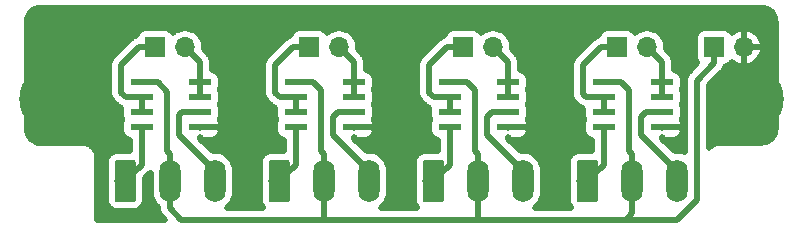
<source format=gbr>
G04 #@! TF.GenerationSoftware,KiCad,Pcbnew,(5.1.2)-1*
G04 #@! TF.CreationDate,2020-06-05T15:04:51-04:00*
G04 #@! TF.ProjectId,Step_Direction_Board,53746570-5f44-4697-9265-6374696f6e5f,rev?*
G04 #@! TF.SameCoordinates,PX7270e00PY78a3ca0*
G04 #@! TF.FileFunction,Copper,L2,Bot*
G04 #@! TF.FilePolarity,Positive*
%FSLAX46Y46*%
G04 Gerber Fmt 4.6, Leading zero omitted, Abs format (unit mm)*
G04 Created by KiCad (PCBNEW (5.1.2)-1) date 2020-06-05 15:04:51*
%MOMM*%
%LPD*%
G04 APERTURE LIST*
%ADD10O,1.700000X1.700000*%
%ADD11R,1.700000X1.700000*%
%ADD12O,1.800000X3.600000*%
%ADD13C,0.100000*%
%ADD14C,1.800000*%
%ADD15R,1.981200X0.558800*%
%ADD16C,5.700000*%
%ADD17C,0.500000*%
G04 APERTURE END LIST*
D10*
X53323846Y15376036D03*
D11*
X50783846Y15376036D03*
D10*
X40283846Y15376036D03*
D11*
X37743846Y15376036D03*
D10*
X27243846Y15376036D03*
D11*
X24703846Y15376036D03*
D10*
X14203846Y15376036D03*
D11*
X11663846Y15376036D03*
D10*
X61540000Y15376036D03*
D11*
X59000000Y15376036D03*
D12*
X55871055Y4036653D03*
X52061055Y4036653D03*
D13*
G36*
X48925559Y5835449D02*
G01*
X48949828Y5831849D01*
X48973626Y5825888D01*
X48996726Y5817623D01*
X49018904Y5807133D01*
X49039948Y5794520D01*
X49059653Y5779906D01*
X49077832Y5763430D01*
X49094308Y5745251D01*
X49108922Y5725546D01*
X49121535Y5704502D01*
X49132025Y5682324D01*
X49140290Y5659224D01*
X49146251Y5635426D01*
X49149851Y5611157D01*
X49151055Y5586653D01*
X49151055Y2486653D01*
X49149851Y2462149D01*
X49146251Y2437880D01*
X49140290Y2414082D01*
X49132025Y2390982D01*
X49121535Y2368804D01*
X49108922Y2347760D01*
X49094308Y2328055D01*
X49077832Y2309876D01*
X49059653Y2293400D01*
X49039948Y2278786D01*
X49018904Y2266173D01*
X48996726Y2255683D01*
X48973626Y2247418D01*
X48949828Y2241457D01*
X48925559Y2237857D01*
X48901055Y2236653D01*
X47601055Y2236653D01*
X47576551Y2237857D01*
X47552282Y2241457D01*
X47528484Y2247418D01*
X47505384Y2255683D01*
X47483206Y2266173D01*
X47462162Y2278786D01*
X47442457Y2293400D01*
X47424278Y2309876D01*
X47407802Y2328055D01*
X47393188Y2347760D01*
X47380575Y2368804D01*
X47370085Y2390982D01*
X47361820Y2414082D01*
X47355859Y2437880D01*
X47352259Y2462149D01*
X47351055Y2486653D01*
X47351055Y5586653D01*
X47352259Y5611157D01*
X47355859Y5635426D01*
X47361820Y5659224D01*
X47370085Y5682324D01*
X47380575Y5704502D01*
X47393188Y5725546D01*
X47407802Y5745251D01*
X47424278Y5763430D01*
X47442457Y5779906D01*
X47462162Y5794520D01*
X47483206Y5807133D01*
X47505384Y5817623D01*
X47528484Y5825888D01*
X47552282Y5831849D01*
X47576551Y5835449D01*
X47601055Y5836653D01*
X48901055Y5836653D01*
X48925559Y5835449D01*
X48925559Y5835449D01*
G37*
D14*
X48251055Y4036653D03*
D12*
X42831055Y4036653D03*
X39021055Y4036653D03*
D13*
G36*
X35885559Y5835449D02*
G01*
X35909828Y5831849D01*
X35933626Y5825888D01*
X35956726Y5817623D01*
X35978904Y5807133D01*
X35999948Y5794520D01*
X36019653Y5779906D01*
X36037832Y5763430D01*
X36054308Y5745251D01*
X36068922Y5725546D01*
X36081535Y5704502D01*
X36092025Y5682324D01*
X36100290Y5659224D01*
X36106251Y5635426D01*
X36109851Y5611157D01*
X36111055Y5586653D01*
X36111055Y2486653D01*
X36109851Y2462149D01*
X36106251Y2437880D01*
X36100290Y2414082D01*
X36092025Y2390982D01*
X36081535Y2368804D01*
X36068922Y2347760D01*
X36054308Y2328055D01*
X36037832Y2309876D01*
X36019653Y2293400D01*
X35999948Y2278786D01*
X35978904Y2266173D01*
X35956726Y2255683D01*
X35933626Y2247418D01*
X35909828Y2241457D01*
X35885559Y2237857D01*
X35861055Y2236653D01*
X34561055Y2236653D01*
X34536551Y2237857D01*
X34512282Y2241457D01*
X34488484Y2247418D01*
X34465384Y2255683D01*
X34443206Y2266173D01*
X34422162Y2278786D01*
X34402457Y2293400D01*
X34384278Y2309876D01*
X34367802Y2328055D01*
X34353188Y2347760D01*
X34340575Y2368804D01*
X34330085Y2390982D01*
X34321820Y2414082D01*
X34315859Y2437880D01*
X34312259Y2462149D01*
X34311055Y2486653D01*
X34311055Y5586653D01*
X34312259Y5611157D01*
X34315859Y5635426D01*
X34321820Y5659224D01*
X34330085Y5682324D01*
X34340575Y5704502D01*
X34353188Y5725546D01*
X34367802Y5745251D01*
X34384278Y5763430D01*
X34402457Y5779906D01*
X34422162Y5794520D01*
X34443206Y5807133D01*
X34465384Y5817623D01*
X34488484Y5825888D01*
X34512282Y5831849D01*
X34536551Y5835449D01*
X34561055Y5836653D01*
X35861055Y5836653D01*
X35885559Y5835449D01*
X35885559Y5835449D01*
G37*
D14*
X35211055Y4036653D03*
D12*
X29791055Y4036653D03*
X25981055Y4036653D03*
D13*
G36*
X22845559Y5835449D02*
G01*
X22869828Y5831849D01*
X22893626Y5825888D01*
X22916726Y5817623D01*
X22938904Y5807133D01*
X22959948Y5794520D01*
X22979653Y5779906D01*
X22997832Y5763430D01*
X23014308Y5745251D01*
X23028922Y5725546D01*
X23041535Y5704502D01*
X23052025Y5682324D01*
X23060290Y5659224D01*
X23066251Y5635426D01*
X23069851Y5611157D01*
X23071055Y5586653D01*
X23071055Y2486653D01*
X23069851Y2462149D01*
X23066251Y2437880D01*
X23060290Y2414082D01*
X23052025Y2390982D01*
X23041535Y2368804D01*
X23028922Y2347760D01*
X23014308Y2328055D01*
X22997832Y2309876D01*
X22979653Y2293400D01*
X22959948Y2278786D01*
X22938904Y2266173D01*
X22916726Y2255683D01*
X22893626Y2247418D01*
X22869828Y2241457D01*
X22845559Y2237857D01*
X22821055Y2236653D01*
X21521055Y2236653D01*
X21496551Y2237857D01*
X21472282Y2241457D01*
X21448484Y2247418D01*
X21425384Y2255683D01*
X21403206Y2266173D01*
X21382162Y2278786D01*
X21362457Y2293400D01*
X21344278Y2309876D01*
X21327802Y2328055D01*
X21313188Y2347760D01*
X21300575Y2368804D01*
X21290085Y2390982D01*
X21281820Y2414082D01*
X21275859Y2437880D01*
X21272259Y2462149D01*
X21271055Y2486653D01*
X21271055Y5586653D01*
X21272259Y5611157D01*
X21275859Y5635426D01*
X21281820Y5659224D01*
X21290085Y5682324D01*
X21300575Y5704502D01*
X21313188Y5725546D01*
X21327802Y5745251D01*
X21344278Y5763430D01*
X21362457Y5779906D01*
X21382162Y5794520D01*
X21403206Y5807133D01*
X21425384Y5817623D01*
X21448484Y5825888D01*
X21472282Y5831849D01*
X21496551Y5835449D01*
X21521055Y5836653D01*
X22821055Y5836653D01*
X22845559Y5835449D01*
X22845559Y5835449D01*
G37*
D14*
X22171055Y4036653D03*
D12*
X16751055Y4036653D03*
X12941055Y4036653D03*
D13*
G36*
X9805559Y5835449D02*
G01*
X9829828Y5831849D01*
X9853626Y5825888D01*
X9876726Y5817623D01*
X9898904Y5807133D01*
X9919948Y5794520D01*
X9939653Y5779906D01*
X9957832Y5763430D01*
X9974308Y5745251D01*
X9988922Y5725546D01*
X10001535Y5704502D01*
X10012025Y5682324D01*
X10020290Y5659224D01*
X10026251Y5635426D01*
X10029851Y5611157D01*
X10031055Y5586653D01*
X10031055Y2486653D01*
X10029851Y2462149D01*
X10026251Y2437880D01*
X10020290Y2414082D01*
X10012025Y2390982D01*
X10001535Y2368804D01*
X9988922Y2347760D01*
X9974308Y2328055D01*
X9957832Y2309876D01*
X9939653Y2293400D01*
X9919948Y2278786D01*
X9898904Y2266173D01*
X9876726Y2255683D01*
X9853626Y2247418D01*
X9829828Y2241457D01*
X9805559Y2237857D01*
X9781055Y2236653D01*
X8481055Y2236653D01*
X8456551Y2237857D01*
X8432282Y2241457D01*
X8408484Y2247418D01*
X8385384Y2255683D01*
X8363206Y2266173D01*
X8342162Y2278786D01*
X8322457Y2293400D01*
X8304278Y2309876D01*
X8287802Y2328055D01*
X8273188Y2347760D01*
X8260575Y2368804D01*
X8250085Y2390982D01*
X8241820Y2414082D01*
X8235859Y2437880D01*
X8232259Y2462149D01*
X8231055Y2486653D01*
X8231055Y5586653D01*
X8232259Y5611157D01*
X8235859Y5635426D01*
X8241820Y5659224D01*
X8250085Y5682324D01*
X8260575Y5704502D01*
X8273188Y5725546D01*
X8287802Y5745251D01*
X8304278Y5763430D01*
X8322457Y5779906D01*
X8342162Y5794520D01*
X8363206Y5807133D01*
X8385384Y5817623D01*
X8408484Y5825888D01*
X8432282Y5831849D01*
X8456551Y5835449D01*
X8481055Y5836653D01*
X9781055Y5836653D01*
X9805559Y5835449D01*
X9805559Y5835449D01*
G37*
D14*
X9131055Y4036653D03*
D15*
X49656200Y12405000D03*
X49656200Y11135000D03*
X49656200Y9865000D03*
X49656200Y8595000D03*
X54583800Y8595000D03*
X54583800Y9865000D03*
X54583800Y11135000D03*
X54583800Y12405000D03*
X36616200Y12405000D03*
X36616200Y11135000D03*
X36616200Y9865000D03*
X36616200Y8595000D03*
X41543800Y8595000D03*
X41543800Y9865000D03*
X41543800Y11135000D03*
X41543800Y12405000D03*
X23576200Y12405000D03*
X23576200Y11135000D03*
X23576200Y9865000D03*
X23576200Y8595000D03*
X28503800Y8595000D03*
X28503800Y9865000D03*
X28503800Y11135000D03*
X28503800Y12405000D03*
X10536200Y12405000D03*
X10536200Y11135000D03*
X10536200Y9865000D03*
X10536200Y8595000D03*
X15463800Y8595000D03*
X15463800Y9865000D03*
X15463800Y11135000D03*
X15463800Y12405000D03*
D16*
X62000000Y11000000D03*
X3000000Y11000000D03*
D17*
X12941055Y6336653D02*
X12941055Y4036653D01*
X12703189Y11606013D02*
X12703189Y6574519D01*
X11904202Y12405000D02*
X12703189Y11606013D01*
X12703189Y6574519D02*
X12941055Y6336653D01*
X10536200Y12405000D02*
X11904202Y12405000D01*
X12941055Y1736653D02*
X13892698Y785010D01*
X12941055Y4036653D02*
X12941055Y1736653D01*
X52061055Y1346065D02*
X52061055Y4036653D01*
X51500000Y785010D02*
X52061055Y1346065D01*
X39021055Y4036653D02*
X39021055Y785010D01*
X25981055Y4036653D02*
X25981055Y785010D01*
X25981055Y6336653D02*
X25981055Y4036653D01*
X25743189Y6574519D02*
X25981055Y6336653D01*
X25066800Y12405000D02*
X25743189Y11728611D01*
X25743189Y11728611D02*
X25743189Y6574519D01*
X23576200Y12405000D02*
X25066800Y12405000D01*
X39021055Y6336653D02*
X39021055Y4036653D01*
X38783189Y11728611D02*
X38783189Y6574519D01*
X38783189Y6574519D02*
X39021055Y6336653D01*
X38106800Y12405000D02*
X38783189Y11728611D01*
X36616200Y12405000D02*
X38106800Y12405000D01*
X52061055Y6336653D02*
X52061055Y4036653D01*
X51823189Y6574519D02*
X52061055Y6336653D01*
X51823189Y11728611D02*
X51823189Y6574519D01*
X51146800Y12405000D02*
X51823189Y11728611D01*
X49656200Y12405000D02*
X51146800Y12405000D01*
X57531065Y2449055D02*
X55867020Y785010D01*
X57531065Y12557101D02*
X57531065Y2449055D01*
X59000000Y14026036D02*
X57531065Y12557101D01*
X55867020Y785010D02*
X51285010Y785010D01*
X59000000Y15376036D02*
X59000000Y14026036D01*
X51285010Y785010D02*
X51500000Y785010D01*
X13892698Y785010D02*
X51285010Y785010D01*
X23576200Y9865000D02*
X23576200Y11135000D01*
X23353846Y15376036D02*
X24703846Y15376036D01*
X21825599Y13847789D02*
X23353846Y15376036D01*
X21825599Y11517599D02*
X21825599Y13847789D01*
X22208198Y11135000D02*
X21825599Y11517599D01*
X23576200Y11135000D02*
X22208198Y11135000D01*
X28503800Y14116082D02*
X27243846Y15376036D01*
X28503800Y12405000D02*
X28503800Y14116082D01*
X28503800Y11135000D02*
X28503800Y12405000D01*
X15463800Y12405000D02*
X15463800Y11135000D01*
X15463800Y14116082D02*
X14203846Y15376036D01*
X15463800Y12405000D02*
X15463800Y14116082D01*
X10536200Y11135000D02*
X10536200Y9865000D01*
X10313846Y15376036D02*
X11663846Y15376036D01*
X8785599Y11517599D02*
X8785599Y13847789D01*
X9168198Y11135000D02*
X8785599Y11517599D01*
X8785599Y13847789D02*
X10313846Y15376036D01*
X10536200Y11135000D02*
X9168198Y11135000D01*
X41543800Y14116082D02*
X40283846Y15376036D01*
X41543800Y12405000D02*
X41543800Y14116082D01*
X41543800Y11135000D02*
X41543800Y12405000D01*
X36616200Y9865000D02*
X36616200Y11135000D01*
X34865599Y13847789D02*
X36393846Y15376036D01*
X34865599Y11517599D02*
X34865599Y13847789D01*
X35248198Y11135000D02*
X34865599Y11517599D01*
X36393846Y15376036D02*
X37743846Y15376036D01*
X36616200Y11135000D02*
X35248198Y11135000D01*
X54583800Y11135000D02*
X54583800Y12405000D01*
X54583800Y14116082D02*
X53323846Y15376036D01*
X54583800Y12405000D02*
X54583800Y14116082D01*
X49656200Y9865000D02*
X49656200Y11135000D01*
X49433846Y15376036D02*
X50783846Y15376036D01*
X47905599Y13847789D02*
X49433846Y15376036D01*
X47905599Y11395001D02*
X47905599Y13847789D01*
X48165600Y11135000D02*
X47905599Y11395001D01*
X49656200Y11135000D02*
X48165600Y11135000D01*
X16751055Y4936653D02*
X16751055Y4036653D01*
X13713199Y7974509D02*
X16751055Y4936653D01*
X13973200Y9865000D02*
X13713199Y9604999D01*
X13713199Y9604999D02*
X13713199Y7974509D01*
X15463800Y9865000D02*
X13973200Y9865000D01*
X26753199Y7974509D02*
X29791055Y4936653D01*
X26753199Y9482401D02*
X26753199Y7974509D01*
X29791055Y4936653D02*
X29791055Y4036653D01*
X27135798Y9865000D02*
X26753199Y9482401D01*
X28503800Y9865000D02*
X27135798Y9865000D01*
X42831055Y4936653D02*
X42831055Y4036653D01*
X39793199Y7974509D02*
X42831055Y4936653D01*
X39793199Y9482401D02*
X39793199Y7974509D01*
X40175798Y9865000D02*
X39793199Y9482401D01*
X41543800Y9865000D02*
X40175798Y9865000D01*
X55871055Y4936653D02*
X55871055Y4036653D01*
X52833199Y7974509D02*
X55871055Y4936653D01*
X53215798Y9865000D02*
X52833199Y9482401D01*
X52833199Y9482401D02*
X52833199Y7974509D01*
X54583800Y9865000D02*
X53215798Y9865000D01*
X10536200Y5441798D02*
X9131055Y4036653D01*
X10536200Y8595000D02*
X10536200Y5441798D01*
X23576200Y5441798D02*
X22171055Y4036653D01*
X23576200Y8595000D02*
X23576200Y5441798D01*
X36616200Y5441798D02*
X35211055Y4036653D01*
X36616200Y8595000D02*
X36616200Y5441798D01*
X49656200Y5441798D02*
X48251055Y4036653D01*
X49656200Y8595000D02*
X49656200Y5441798D01*
G36*
X63235260Y18688168D02*
G01*
X63461568Y18619842D01*
X63670288Y18508863D01*
X63853478Y18359456D01*
X64004162Y18177312D01*
X64116592Y17969376D01*
X64186496Y17743553D01*
X64215001Y17472344D01*
X64215000Y8538389D01*
X64188168Y8264738D01*
X64119843Y8038435D01*
X64008864Y7829712D01*
X63859458Y7646523D01*
X63677314Y7495841D01*
X63469377Y7383409D01*
X63243552Y7313504D01*
X62972353Y7285000D01*
X59461439Y7285000D01*
X59428305Y7281736D01*
X59425364Y7281757D01*
X59414456Y7280688D01*
X59366691Y7275668D01*
X59346113Y7273641D01*
X59345427Y7273433D01*
X59317407Y7270488D01*
X59247691Y7256178D01*
X59177824Y7242849D01*
X59167331Y7239682D01*
X59074112Y7210826D01*
X59008464Y7183230D01*
X58942551Y7156599D01*
X58932881Y7151458D01*
X58932878Y7151457D01*
X58932876Y7151455D01*
X58932873Y7151454D01*
X58847035Y7105041D01*
X58788022Y7065236D01*
X58728519Y7026298D01*
X58720027Y7019373D01*
X58720023Y7019370D01*
X58720019Y7019366D01*
X58644836Y6957169D01*
X58594684Y6906665D01*
X58543874Y6856909D01*
X58541065Y6853514D01*
X58541065Y12138746D01*
X59679099Y13276780D01*
X59717633Y13308403D01*
X59843847Y13462196D01*
X59937632Y13637656D01*
X59941314Y13649795D01*
X59979324Y13775096D01*
X59998986Y13777033D01*
X60142247Y13820490D01*
X60274276Y13891062D01*
X60390001Y13986035D01*
X60484974Y14101760D01*
X60509806Y14148217D01*
X60597716Y14070586D01*
X60870502Y13911839D01*
X61169017Y13809361D01*
X61283203Y13786648D01*
X61535000Y13956045D01*
X61535000Y15371036D01*
X61545000Y15371036D01*
X61545000Y13956045D01*
X61796797Y13786648D01*
X61910983Y13809361D01*
X62209498Y13911839D01*
X62482284Y14070586D01*
X62718859Y14279500D01*
X62910131Y14530554D01*
X63048750Y14814099D01*
X63129388Y15119239D01*
X62959992Y15371036D01*
X61545000Y15371036D01*
X61535000Y15371036D01*
X61515000Y15371036D01*
X61515000Y15381036D01*
X61535000Y15381036D01*
X61535000Y16796027D01*
X61545000Y16796027D01*
X61545000Y15381036D01*
X62959992Y15381036D01*
X63129388Y15632833D01*
X63048750Y15937973D01*
X62910131Y16221518D01*
X62718859Y16472572D01*
X62482284Y16681486D01*
X62209498Y16840233D01*
X61910983Y16942711D01*
X61796797Y16965424D01*
X61545000Y16796027D01*
X61535000Y16796027D01*
X61283203Y16965424D01*
X61169017Y16942711D01*
X60870502Y16840233D01*
X60597716Y16681486D01*
X60509806Y16603855D01*
X60484974Y16650312D01*
X60390001Y16766037D01*
X60274276Y16861010D01*
X60142247Y16931582D01*
X59998986Y16975039D01*
X59850000Y16989713D01*
X58150000Y16989713D01*
X58001014Y16975039D01*
X57857753Y16931582D01*
X57725724Y16861010D01*
X57609999Y16766037D01*
X57515026Y16650312D01*
X57444454Y16518283D01*
X57400997Y16375022D01*
X57386323Y16226036D01*
X57386323Y14526036D01*
X57400997Y14377050D01*
X57444454Y14233789D01*
X57515026Y14101760D01*
X57574680Y14029071D01*
X56851971Y13306362D01*
X56813432Y13274734D01*
X56687218Y13120941D01*
X56628534Y13011150D01*
X56593433Y12945480D01*
X56535680Y12755095D01*
X56516179Y12557101D01*
X56521065Y12507493D01*
X56521066Y6471469D01*
X56509382Y6477714D01*
X56196471Y6572634D01*
X55871055Y6604685D01*
X55652868Y6583195D01*
X54588802Y7647261D01*
X54588802Y7745598D01*
X54778800Y7555600D01*
X55574400Y7551923D01*
X55723386Y7566597D01*
X55866647Y7610054D01*
X55998676Y7680626D01*
X56114401Y7775599D01*
X56209374Y7891324D01*
X56279946Y8023353D01*
X56323403Y8166614D01*
X56338077Y8315600D01*
X56334400Y8400000D01*
X56144400Y8590000D01*
X54588800Y8590000D01*
X54588800Y8570000D01*
X54578800Y8570000D01*
X54578800Y8590000D01*
X54558800Y8590000D01*
X54558800Y8600000D01*
X54578800Y8600000D01*
X54578800Y8620000D01*
X54588800Y8620000D01*
X54588800Y8600000D01*
X56144400Y8600000D01*
X56334400Y8790000D01*
X56338077Y8874400D01*
X56323403Y9023386D01*
X56279946Y9166647D01*
X56246083Y9230000D01*
X56279946Y9293353D01*
X56323403Y9436614D01*
X56338077Y9585600D01*
X56338077Y10144400D01*
X56323403Y10293386D01*
X56279946Y10436647D01*
X56246083Y10500000D01*
X56279946Y10563353D01*
X56323403Y10706614D01*
X56338077Y10855600D01*
X56338077Y11414400D01*
X56323403Y11563386D01*
X56279946Y11706647D01*
X56246083Y11770000D01*
X56279946Y11833353D01*
X56323403Y11976614D01*
X56338077Y12125600D01*
X56338077Y12684400D01*
X56323403Y12833386D01*
X56279946Y12976647D01*
X56209374Y13108676D01*
X56114401Y13224401D01*
X55998676Y13319374D01*
X55866647Y13389946D01*
X55723386Y13433403D01*
X55593800Y13446166D01*
X55593800Y14066478D01*
X55598686Y14116083D01*
X55593800Y14165690D01*
X55579185Y14314076D01*
X55521432Y14504462D01*
X55427647Y14679922D01*
X55301433Y14833715D01*
X55262894Y14865343D01*
X54924651Y15203586D01*
X54941636Y15376036D01*
X54910551Y15691651D01*
X54818489Y15995137D01*
X54668989Y16274832D01*
X54467796Y16519986D01*
X54222642Y16721179D01*
X53942947Y16870679D01*
X53639461Y16962741D01*
X53402940Y16986036D01*
X53244752Y16986036D01*
X53008231Y16962741D01*
X52704745Y16870679D01*
X52425050Y16721179D01*
X52290127Y16610450D01*
X52268820Y16650312D01*
X52173847Y16766037D01*
X52058122Y16861010D01*
X51926093Y16931582D01*
X51782832Y16975039D01*
X51633846Y16989713D01*
X49933846Y16989713D01*
X49784860Y16975039D01*
X49641599Y16931582D01*
X49509570Y16861010D01*
X49393845Y16766037D01*
X49298872Y16650312D01*
X49228300Y16518283D01*
X49184843Y16375022D01*
X49182906Y16355360D01*
X49045466Y16313668D01*
X48870006Y16219883D01*
X48716213Y16093669D01*
X48684590Y16055135D01*
X47226500Y14597045D01*
X47187967Y14565422D01*
X47156344Y14526889D01*
X47156343Y14526888D01*
X47061753Y14411629D01*
X46967967Y14236168D01*
X46910214Y14045783D01*
X46890713Y13847789D01*
X46895600Y13798172D01*
X46895599Y11444609D01*
X46890713Y11395001D01*
X46910214Y11197007D01*
X46944072Y11085393D01*
X46967967Y11006622D01*
X47061752Y10831161D01*
X47187966Y10677368D01*
X47226505Y10645740D01*
X47416339Y10455906D01*
X47447967Y10417367D01*
X47601760Y10291153D01*
X47777220Y10197368D01*
X47871267Y10168839D01*
X47903371Y10159100D01*
X47901923Y10144400D01*
X47901923Y9585600D01*
X47916597Y9436614D01*
X47960054Y9293353D01*
X47993917Y9230000D01*
X47960054Y9166647D01*
X47916597Y9023386D01*
X47901923Y8874400D01*
X47901923Y8315600D01*
X47916597Y8166614D01*
X47960054Y8023353D01*
X48030626Y7891324D01*
X48125599Y7775599D01*
X48241324Y7680626D01*
X48373353Y7610054D01*
X48516614Y7566597D01*
X48646200Y7553834D01*
X48646201Y6600330D01*
X47601055Y6600330D01*
X47403296Y6580852D01*
X47213138Y6523168D01*
X47037886Y6429495D01*
X46884277Y6303431D01*
X46758213Y6149822D01*
X46664540Y5974570D01*
X46606856Y5784412D01*
X46587378Y5586653D01*
X46587378Y2486653D01*
X46606856Y2288894D01*
X46664540Y2098736D01*
X46758213Y1923484D01*
X46863649Y1795010D01*
X43812932Y1795010D01*
X44010532Y1957176D01*
X44217973Y2209944D01*
X44372116Y2498325D01*
X44467036Y2811236D01*
X44491055Y3055103D01*
X44491055Y5018203D01*
X44467036Y5262070D01*
X44372116Y5574981D01*
X44217973Y5863362D01*
X44010532Y6116130D01*
X43757763Y6323571D01*
X43469382Y6477714D01*
X43156471Y6572634D01*
X42831055Y6604685D01*
X42612868Y6583195D01*
X41548802Y7647261D01*
X41548802Y7745598D01*
X41738800Y7555600D01*
X42534400Y7551923D01*
X42683386Y7566597D01*
X42826647Y7610054D01*
X42958676Y7680626D01*
X43074401Y7775599D01*
X43169374Y7891324D01*
X43239946Y8023353D01*
X43283403Y8166614D01*
X43298077Y8315600D01*
X43294400Y8400000D01*
X43104400Y8590000D01*
X41548800Y8590000D01*
X41548800Y8570000D01*
X41538800Y8570000D01*
X41538800Y8590000D01*
X41518800Y8590000D01*
X41518800Y8600000D01*
X41538800Y8600000D01*
X41538800Y8620000D01*
X41548800Y8620000D01*
X41548800Y8600000D01*
X43104400Y8600000D01*
X43294400Y8790000D01*
X43298077Y8874400D01*
X43283403Y9023386D01*
X43239946Y9166647D01*
X43206083Y9230000D01*
X43239946Y9293353D01*
X43283403Y9436614D01*
X43298077Y9585600D01*
X43298077Y10144400D01*
X43283403Y10293386D01*
X43239946Y10436647D01*
X43206083Y10500000D01*
X43239946Y10563353D01*
X43283403Y10706614D01*
X43298077Y10855600D01*
X43298077Y11414400D01*
X43283403Y11563386D01*
X43239946Y11706647D01*
X43206083Y11770000D01*
X43239946Y11833353D01*
X43283403Y11976614D01*
X43298077Y12125600D01*
X43298077Y12684400D01*
X43283403Y12833386D01*
X43239946Y12976647D01*
X43169374Y13108676D01*
X43074401Y13224401D01*
X42958676Y13319374D01*
X42826647Y13389946D01*
X42683386Y13433403D01*
X42553800Y13446166D01*
X42553800Y14066478D01*
X42558686Y14116083D01*
X42553800Y14165690D01*
X42539185Y14314076D01*
X42481432Y14504462D01*
X42387647Y14679922D01*
X42261433Y14833715D01*
X42222894Y14865343D01*
X41884651Y15203586D01*
X41901636Y15376036D01*
X41870551Y15691651D01*
X41778489Y15995137D01*
X41628989Y16274832D01*
X41427796Y16519986D01*
X41182642Y16721179D01*
X40902947Y16870679D01*
X40599461Y16962741D01*
X40362940Y16986036D01*
X40204752Y16986036D01*
X39968231Y16962741D01*
X39664745Y16870679D01*
X39385050Y16721179D01*
X39250127Y16610450D01*
X39228820Y16650312D01*
X39133847Y16766037D01*
X39018122Y16861010D01*
X38886093Y16931582D01*
X38742832Y16975039D01*
X38593846Y16989713D01*
X36893846Y16989713D01*
X36744860Y16975039D01*
X36601599Y16931582D01*
X36469570Y16861010D01*
X36353845Y16766037D01*
X36258872Y16650312D01*
X36188300Y16518283D01*
X36144843Y16375022D01*
X36142906Y16355360D01*
X36005466Y16313668D01*
X35830006Y16219883D01*
X35676213Y16093669D01*
X35644590Y16055135D01*
X34186500Y14597045D01*
X34147967Y14565422D01*
X34116344Y14526889D01*
X34116343Y14526888D01*
X34021753Y14411629D01*
X33927967Y14236168D01*
X33870214Y14045783D01*
X33850713Y13847789D01*
X33855600Y13798172D01*
X33855599Y11567207D01*
X33850713Y11517599D01*
X33870214Y11319605D01*
X33917183Y11164771D01*
X33927967Y11129220D01*
X34021752Y10953759D01*
X34147966Y10799966D01*
X34186505Y10768338D01*
X34498937Y10455906D01*
X34530565Y10417367D01*
X34684358Y10291153D01*
X34859818Y10197368D01*
X34866928Y10195211D01*
X34861923Y10144400D01*
X34861923Y9585600D01*
X34876597Y9436614D01*
X34920054Y9293353D01*
X34953917Y9230000D01*
X34920054Y9166647D01*
X34876597Y9023386D01*
X34861923Y8874400D01*
X34861923Y8315600D01*
X34876597Y8166614D01*
X34920054Y8023353D01*
X34990626Y7891324D01*
X35085599Y7775599D01*
X35201324Y7680626D01*
X35333353Y7610054D01*
X35476614Y7566597D01*
X35606200Y7553834D01*
X35606201Y6600330D01*
X34561055Y6600330D01*
X34363296Y6580852D01*
X34173138Y6523168D01*
X33997886Y6429495D01*
X33844277Y6303431D01*
X33718213Y6149822D01*
X33624540Y5974570D01*
X33566856Y5784412D01*
X33547378Y5586653D01*
X33547378Y2486653D01*
X33566856Y2288894D01*
X33624540Y2098736D01*
X33718213Y1923484D01*
X33823649Y1795010D01*
X30772932Y1795010D01*
X30970532Y1957176D01*
X31177973Y2209944D01*
X31332116Y2498325D01*
X31427036Y2811236D01*
X31451055Y3055103D01*
X31451055Y5018203D01*
X31427036Y5262070D01*
X31332116Y5574981D01*
X31177973Y5863362D01*
X30970532Y6116130D01*
X30717763Y6323571D01*
X30429382Y6477714D01*
X30116471Y6572634D01*
X29791055Y6604685D01*
X29572868Y6583195D01*
X28508802Y7647261D01*
X28508802Y7745598D01*
X28698800Y7555600D01*
X29494400Y7551923D01*
X29643386Y7566597D01*
X29786647Y7610054D01*
X29918676Y7680626D01*
X30034401Y7775599D01*
X30129374Y7891324D01*
X30199946Y8023353D01*
X30243403Y8166614D01*
X30258077Y8315600D01*
X30254400Y8400000D01*
X30064400Y8590000D01*
X28508800Y8590000D01*
X28508800Y8570000D01*
X28498800Y8570000D01*
X28498800Y8590000D01*
X28478800Y8590000D01*
X28478800Y8600000D01*
X28498800Y8600000D01*
X28498800Y8620000D01*
X28508800Y8620000D01*
X28508800Y8600000D01*
X30064400Y8600000D01*
X30254400Y8790000D01*
X30258077Y8874400D01*
X30243403Y9023386D01*
X30199946Y9166647D01*
X30166083Y9230000D01*
X30199946Y9293353D01*
X30243403Y9436614D01*
X30258077Y9585600D01*
X30258077Y10144400D01*
X30243403Y10293386D01*
X30199946Y10436647D01*
X30166083Y10500000D01*
X30199946Y10563353D01*
X30243403Y10706614D01*
X30258077Y10855600D01*
X30258077Y11414400D01*
X30243403Y11563386D01*
X30199946Y11706647D01*
X30166083Y11770000D01*
X30199946Y11833353D01*
X30243403Y11976614D01*
X30258077Y12125600D01*
X30258077Y12684400D01*
X30243403Y12833386D01*
X30199946Y12976647D01*
X30129374Y13108676D01*
X30034401Y13224401D01*
X29918676Y13319374D01*
X29786647Y13389946D01*
X29643386Y13433403D01*
X29513800Y13446166D01*
X29513800Y14066478D01*
X29518686Y14116083D01*
X29513800Y14165690D01*
X29499185Y14314076D01*
X29441432Y14504462D01*
X29347647Y14679922D01*
X29221433Y14833715D01*
X29182894Y14865343D01*
X28844651Y15203586D01*
X28861636Y15376036D01*
X28830551Y15691651D01*
X28738489Y15995137D01*
X28588989Y16274832D01*
X28387796Y16519986D01*
X28142642Y16721179D01*
X27862947Y16870679D01*
X27559461Y16962741D01*
X27322940Y16986036D01*
X27164752Y16986036D01*
X26928231Y16962741D01*
X26624745Y16870679D01*
X26345050Y16721179D01*
X26210127Y16610450D01*
X26188820Y16650312D01*
X26093847Y16766037D01*
X25978122Y16861010D01*
X25846093Y16931582D01*
X25702832Y16975039D01*
X25553846Y16989713D01*
X23853846Y16989713D01*
X23704860Y16975039D01*
X23561599Y16931582D01*
X23429570Y16861010D01*
X23313845Y16766037D01*
X23218872Y16650312D01*
X23148300Y16518283D01*
X23104843Y16375022D01*
X23102906Y16355360D01*
X22965466Y16313668D01*
X22790006Y16219883D01*
X22636213Y16093669D01*
X22604590Y16055135D01*
X21146500Y14597045D01*
X21107967Y14565422D01*
X21076344Y14526889D01*
X21076343Y14526888D01*
X20981753Y14411629D01*
X20887967Y14236168D01*
X20830214Y14045783D01*
X20810713Y13847789D01*
X20815600Y13798172D01*
X20815599Y11567207D01*
X20810713Y11517599D01*
X20830214Y11319605D01*
X20877183Y11164771D01*
X20887967Y11129220D01*
X20981752Y10953759D01*
X21107966Y10799966D01*
X21146505Y10768338D01*
X21458937Y10455906D01*
X21490565Y10417367D01*
X21644358Y10291153D01*
X21819818Y10197368D01*
X21826928Y10195211D01*
X21821923Y10144400D01*
X21821923Y9585600D01*
X21836597Y9436614D01*
X21880054Y9293353D01*
X21913917Y9230000D01*
X21880054Y9166647D01*
X21836597Y9023386D01*
X21821923Y8874400D01*
X21821923Y8315600D01*
X21836597Y8166614D01*
X21880054Y8023353D01*
X21950626Y7891324D01*
X22045599Y7775599D01*
X22161324Y7680626D01*
X22293353Y7610054D01*
X22436614Y7566597D01*
X22566200Y7553834D01*
X22566201Y6600330D01*
X21521055Y6600330D01*
X21323296Y6580852D01*
X21133138Y6523168D01*
X20957886Y6429495D01*
X20804277Y6303431D01*
X20678213Y6149822D01*
X20584540Y5974570D01*
X20526856Y5784412D01*
X20507378Y5586653D01*
X20507378Y2486653D01*
X20526856Y2288894D01*
X20584540Y2098736D01*
X20678213Y1923484D01*
X20783649Y1795010D01*
X17732932Y1795010D01*
X17930532Y1957176D01*
X18137973Y2209944D01*
X18292116Y2498325D01*
X18387036Y2811236D01*
X18411055Y3055103D01*
X18411055Y5018203D01*
X18387036Y5262070D01*
X18292116Y5574981D01*
X18137973Y5863362D01*
X17930532Y6116130D01*
X17677763Y6323571D01*
X17389382Y6477714D01*
X17076471Y6572634D01*
X16751055Y6604685D01*
X16532868Y6583195D01*
X15468802Y7647261D01*
X15468802Y7745598D01*
X15658800Y7555600D01*
X16454400Y7551923D01*
X16603386Y7566597D01*
X16746647Y7610054D01*
X16878676Y7680626D01*
X16994401Y7775599D01*
X17089374Y7891324D01*
X17159946Y8023353D01*
X17203403Y8166614D01*
X17218077Y8315600D01*
X17214400Y8400000D01*
X17024400Y8590000D01*
X15468800Y8590000D01*
X15468800Y8570000D01*
X15458800Y8570000D01*
X15458800Y8590000D01*
X15438800Y8590000D01*
X15438800Y8600000D01*
X15458800Y8600000D01*
X15458800Y8620000D01*
X15468800Y8620000D01*
X15468800Y8600000D01*
X17024400Y8600000D01*
X17214400Y8790000D01*
X17218077Y8874400D01*
X17203403Y9023386D01*
X17159946Y9166647D01*
X17126083Y9230000D01*
X17159946Y9293353D01*
X17203403Y9436614D01*
X17218077Y9585600D01*
X17218077Y10144400D01*
X17203403Y10293386D01*
X17159946Y10436647D01*
X17126083Y10500000D01*
X17159946Y10563353D01*
X17203403Y10706614D01*
X17218077Y10855600D01*
X17218077Y11414400D01*
X17203403Y11563386D01*
X17159946Y11706647D01*
X17126083Y11770000D01*
X17159946Y11833353D01*
X17203403Y11976614D01*
X17218077Y12125600D01*
X17218077Y12684400D01*
X17203403Y12833386D01*
X17159946Y12976647D01*
X17089374Y13108676D01*
X16994401Y13224401D01*
X16878676Y13319374D01*
X16746647Y13389946D01*
X16603386Y13433403D01*
X16473800Y13446166D01*
X16473800Y14066478D01*
X16478686Y14116083D01*
X16473800Y14165690D01*
X16459185Y14314076D01*
X16401432Y14504462D01*
X16307647Y14679922D01*
X16181433Y14833715D01*
X16142894Y14865343D01*
X15804651Y15203586D01*
X15821636Y15376036D01*
X15790551Y15691651D01*
X15698489Y15995137D01*
X15548989Y16274832D01*
X15347796Y16519986D01*
X15102642Y16721179D01*
X14822947Y16870679D01*
X14519461Y16962741D01*
X14282940Y16986036D01*
X14124752Y16986036D01*
X13888231Y16962741D01*
X13584745Y16870679D01*
X13305050Y16721179D01*
X13170127Y16610450D01*
X13148820Y16650312D01*
X13053847Y16766037D01*
X12938122Y16861010D01*
X12806093Y16931582D01*
X12662832Y16975039D01*
X12513846Y16989713D01*
X10813846Y16989713D01*
X10664860Y16975039D01*
X10521599Y16931582D01*
X10389570Y16861010D01*
X10273845Y16766037D01*
X10178872Y16650312D01*
X10108300Y16518283D01*
X10064843Y16375022D01*
X10062906Y16355360D01*
X9925466Y16313668D01*
X9750006Y16219883D01*
X9596213Y16093669D01*
X9564590Y16055135D01*
X8106500Y14597045D01*
X8067967Y14565422D01*
X8036344Y14526889D01*
X8036343Y14526888D01*
X7941753Y14411629D01*
X7847967Y14236168D01*
X7790214Y14045783D01*
X7770713Y13847789D01*
X7775600Y13798172D01*
X7775599Y11567207D01*
X7770713Y11517599D01*
X7790214Y11319605D01*
X7837183Y11164771D01*
X7847967Y11129220D01*
X7941752Y10953759D01*
X8067966Y10799966D01*
X8106505Y10768338D01*
X8418937Y10455906D01*
X8450565Y10417367D01*
X8604358Y10291153D01*
X8779818Y10197368D01*
X8786928Y10195211D01*
X8781923Y10144400D01*
X8781923Y9585600D01*
X8796597Y9436614D01*
X8840054Y9293353D01*
X8873917Y9230000D01*
X8840054Y9166647D01*
X8796597Y9023386D01*
X8781923Y8874400D01*
X8781923Y8315600D01*
X8796597Y8166614D01*
X8840054Y8023353D01*
X8910626Y7891324D01*
X9005599Y7775599D01*
X9121324Y7680626D01*
X9253353Y7610054D01*
X9396614Y7566597D01*
X9526200Y7553834D01*
X9526201Y6600330D01*
X8481055Y6600330D01*
X8283296Y6580852D01*
X8093138Y6523168D01*
X7917886Y6429495D01*
X7764277Y6303431D01*
X7638213Y6149822D01*
X7544540Y5974570D01*
X7486856Y5784412D01*
X7467378Y5586653D01*
X7467378Y2486653D01*
X7486856Y2288894D01*
X7544540Y2098736D01*
X7638213Y1923484D01*
X7764277Y1769875D01*
X7917886Y1643811D01*
X8093138Y1550138D01*
X8283296Y1492454D01*
X8481055Y1472976D01*
X9781055Y1472976D01*
X9978814Y1492454D01*
X10168972Y1550138D01*
X10344224Y1643811D01*
X10497833Y1769875D01*
X10623897Y1923484D01*
X10717570Y2098736D01*
X10775254Y2288894D01*
X10794732Y2486653D01*
X10794732Y4271975D01*
X11215294Y4692537D01*
X11253833Y4724165D01*
X11281055Y4757335D01*
X11281055Y3055103D01*
X11305075Y2811236D01*
X11399995Y2498325D01*
X11554138Y2209944D01*
X11761579Y1957176D01*
X11931056Y1818090D01*
X11931056Y1786270D01*
X11926169Y1736653D01*
X11945670Y1538659D01*
X12003423Y1348274D01*
X12097209Y1172813D01*
X12187720Y1062525D01*
X12223423Y1019020D01*
X12261956Y987397D01*
X12464353Y785000D01*
X6785000Y785000D01*
X6785000Y6038561D01*
X6781736Y6071695D01*
X6781757Y6074636D01*
X6780688Y6085544D01*
X6775668Y6133309D01*
X6773641Y6153887D01*
X6773433Y6154573D01*
X6770488Y6182593D01*
X6756178Y6252309D01*
X6742849Y6322176D01*
X6739682Y6332669D01*
X6710826Y6425888D01*
X6683230Y6491536D01*
X6656599Y6557449D01*
X6651454Y6567127D01*
X6605041Y6652965D01*
X6565236Y6711978D01*
X6526298Y6771481D01*
X6519371Y6779975D01*
X6519370Y6779977D01*
X6519366Y6779981D01*
X6457169Y6855164D01*
X6406665Y6905316D01*
X6356909Y6956126D01*
X6348465Y6963112D01*
X6348459Y6963118D01*
X6348452Y6963123D01*
X6272844Y7024788D01*
X6213580Y7064164D01*
X6154868Y7104364D01*
X6145240Y7109570D01*
X6145237Y7109572D01*
X6145234Y7109573D01*
X6145227Y7109577D01*
X6059066Y7155389D01*
X5993263Y7182511D01*
X5927898Y7210526D01*
X5917428Y7213768D01*
X5824010Y7241973D01*
X5754224Y7255791D01*
X5684617Y7270586D01*
X5673717Y7271732D01*
X5576599Y7281254D01*
X5576594Y7281254D01*
X5538561Y7285000D01*
X2038388Y7285000D01*
X1764738Y7311832D01*
X1538435Y7380157D01*
X1329712Y7491136D01*
X1146523Y7640542D01*
X995841Y7822686D01*
X883409Y8030623D01*
X813504Y8256448D01*
X785000Y8527647D01*
X785000Y17461612D01*
X811832Y17735260D01*
X880158Y17961568D01*
X991137Y18170288D01*
X1140544Y18353478D01*
X1322688Y18504162D01*
X1530624Y18616592D01*
X1756447Y18686496D01*
X2027647Y18715000D01*
X62961612Y18715000D01*
X63235260Y18688168D01*
X63235260Y18688168D01*
G37*
X63235260Y18688168D02*
X63461568Y18619842D01*
X63670288Y18508863D01*
X63853478Y18359456D01*
X64004162Y18177312D01*
X64116592Y17969376D01*
X64186496Y17743553D01*
X64215001Y17472344D01*
X64215000Y8538389D01*
X64188168Y8264738D01*
X64119843Y8038435D01*
X64008864Y7829712D01*
X63859458Y7646523D01*
X63677314Y7495841D01*
X63469377Y7383409D01*
X63243552Y7313504D01*
X62972353Y7285000D01*
X59461439Y7285000D01*
X59428305Y7281736D01*
X59425364Y7281757D01*
X59414456Y7280688D01*
X59366691Y7275668D01*
X59346113Y7273641D01*
X59345427Y7273433D01*
X59317407Y7270488D01*
X59247691Y7256178D01*
X59177824Y7242849D01*
X59167331Y7239682D01*
X59074112Y7210826D01*
X59008464Y7183230D01*
X58942551Y7156599D01*
X58932881Y7151458D01*
X58932878Y7151457D01*
X58932876Y7151455D01*
X58932873Y7151454D01*
X58847035Y7105041D01*
X58788022Y7065236D01*
X58728519Y7026298D01*
X58720027Y7019373D01*
X58720023Y7019370D01*
X58720019Y7019366D01*
X58644836Y6957169D01*
X58594684Y6906665D01*
X58543874Y6856909D01*
X58541065Y6853514D01*
X58541065Y12138746D01*
X59679099Y13276780D01*
X59717633Y13308403D01*
X59843847Y13462196D01*
X59937632Y13637656D01*
X59941314Y13649795D01*
X59979324Y13775096D01*
X59998986Y13777033D01*
X60142247Y13820490D01*
X60274276Y13891062D01*
X60390001Y13986035D01*
X60484974Y14101760D01*
X60509806Y14148217D01*
X60597716Y14070586D01*
X60870502Y13911839D01*
X61169017Y13809361D01*
X61283203Y13786648D01*
X61535000Y13956045D01*
X61535000Y15371036D01*
X61545000Y15371036D01*
X61545000Y13956045D01*
X61796797Y13786648D01*
X61910983Y13809361D01*
X62209498Y13911839D01*
X62482284Y14070586D01*
X62718859Y14279500D01*
X62910131Y14530554D01*
X63048750Y14814099D01*
X63129388Y15119239D01*
X62959992Y15371036D01*
X61545000Y15371036D01*
X61535000Y15371036D01*
X61515000Y15371036D01*
X61515000Y15381036D01*
X61535000Y15381036D01*
X61535000Y16796027D01*
X61545000Y16796027D01*
X61545000Y15381036D01*
X62959992Y15381036D01*
X63129388Y15632833D01*
X63048750Y15937973D01*
X62910131Y16221518D01*
X62718859Y16472572D01*
X62482284Y16681486D01*
X62209498Y16840233D01*
X61910983Y16942711D01*
X61796797Y16965424D01*
X61545000Y16796027D01*
X61535000Y16796027D01*
X61283203Y16965424D01*
X61169017Y16942711D01*
X60870502Y16840233D01*
X60597716Y16681486D01*
X60509806Y16603855D01*
X60484974Y16650312D01*
X60390001Y16766037D01*
X60274276Y16861010D01*
X60142247Y16931582D01*
X59998986Y16975039D01*
X59850000Y16989713D01*
X58150000Y16989713D01*
X58001014Y16975039D01*
X57857753Y16931582D01*
X57725724Y16861010D01*
X57609999Y16766037D01*
X57515026Y16650312D01*
X57444454Y16518283D01*
X57400997Y16375022D01*
X57386323Y16226036D01*
X57386323Y14526036D01*
X57400997Y14377050D01*
X57444454Y14233789D01*
X57515026Y14101760D01*
X57574680Y14029071D01*
X56851971Y13306362D01*
X56813432Y13274734D01*
X56687218Y13120941D01*
X56628534Y13011150D01*
X56593433Y12945480D01*
X56535680Y12755095D01*
X56516179Y12557101D01*
X56521065Y12507493D01*
X56521066Y6471469D01*
X56509382Y6477714D01*
X56196471Y6572634D01*
X55871055Y6604685D01*
X55652868Y6583195D01*
X54588802Y7647261D01*
X54588802Y7745598D01*
X54778800Y7555600D01*
X55574400Y7551923D01*
X55723386Y7566597D01*
X55866647Y7610054D01*
X55998676Y7680626D01*
X56114401Y7775599D01*
X56209374Y7891324D01*
X56279946Y8023353D01*
X56323403Y8166614D01*
X56338077Y8315600D01*
X56334400Y8400000D01*
X56144400Y8590000D01*
X54588800Y8590000D01*
X54588800Y8570000D01*
X54578800Y8570000D01*
X54578800Y8590000D01*
X54558800Y8590000D01*
X54558800Y8600000D01*
X54578800Y8600000D01*
X54578800Y8620000D01*
X54588800Y8620000D01*
X54588800Y8600000D01*
X56144400Y8600000D01*
X56334400Y8790000D01*
X56338077Y8874400D01*
X56323403Y9023386D01*
X56279946Y9166647D01*
X56246083Y9230000D01*
X56279946Y9293353D01*
X56323403Y9436614D01*
X56338077Y9585600D01*
X56338077Y10144400D01*
X56323403Y10293386D01*
X56279946Y10436647D01*
X56246083Y10500000D01*
X56279946Y10563353D01*
X56323403Y10706614D01*
X56338077Y10855600D01*
X56338077Y11414400D01*
X56323403Y11563386D01*
X56279946Y11706647D01*
X56246083Y11770000D01*
X56279946Y11833353D01*
X56323403Y11976614D01*
X56338077Y12125600D01*
X56338077Y12684400D01*
X56323403Y12833386D01*
X56279946Y12976647D01*
X56209374Y13108676D01*
X56114401Y13224401D01*
X55998676Y13319374D01*
X55866647Y13389946D01*
X55723386Y13433403D01*
X55593800Y13446166D01*
X55593800Y14066478D01*
X55598686Y14116083D01*
X55593800Y14165690D01*
X55579185Y14314076D01*
X55521432Y14504462D01*
X55427647Y14679922D01*
X55301433Y14833715D01*
X55262894Y14865343D01*
X54924651Y15203586D01*
X54941636Y15376036D01*
X54910551Y15691651D01*
X54818489Y15995137D01*
X54668989Y16274832D01*
X54467796Y16519986D01*
X54222642Y16721179D01*
X53942947Y16870679D01*
X53639461Y16962741D01*
X53402940Y16986036D01*
X53244752Y16986036D01*
X53008231Y16962741D01*
X52704745Y16870679D01*
X52425050Y16721179D01*
X52290127Y16610450D01*
X52268820Y16650312D01*
X52173847Y16766037D01*
X52058122Y16861010D01*
X51926093Y16931582D01*
X51782832Y16975039D01*
X51633846Y16989713D01*
X49933846Y16989713D01*
X49784860Y16975039D01*
X49641599Y16931582D01*
X49509570Y16861010D01*
X49393845Y16766037D01*
X49298872Y16650312D01*
X49228300Y16518283D01*
X49184843Y16375022D01*
X49182906Y16355360D01*
X49045466Y16313668D01*
X48870006Y16219883D01*
X48716213Y16093669D01*
X48684590Y16055135D01*
X47226500Y14597045D01*
X47187967Y14565422D01*
X47156344Y14526889D01*
X47156343Y14526888D01*
X47061753Y14411629D01*
X46967967Y14236168D01*
X46910214Y14045783D01*
X46890713Y13847789D01*
X46895600Y13798172D01*
X46895599Y11444609D01*
X46890713Y11395001D01*
X46910214Y11197007D01*
X46944072Y11085393D01*
X46967967Y11006622D01*
X47061752Y10831161D01*
X47187966Y10677368D01*
X47226505Y10645740D01*
X47416339Y10455906D01*
X47447967Y10417367D01*
X47601760Y10291153D01*
X47777220Y10197368D01*
X47871267Y10168839D01*
X47903371Y10159100D01*
X47901923Y10144400D01*
X47901923Y9585600D01*
X47916597Y9436614D01*
X47960054Y9293353D01*
X47993917Y9230000D01*
X47960054Y9166647D01*
X47916597Y9023386D01*
X47901923Y8874400D01*
X47901923Y8315600D01*
X47916597Y8166614D01*
X47960054Y8023353D01*
X48030626Y7891324D01*
X48125599Y7775599D01*
X48241324Y7680626D01*
X48373353Y7610054D01*
X48516614Y7566597D01*
X48646200Y7553834D01*
X48646201Y6600330D01*
X47601055Y6600330D01*
X47403296Y6580852D01*
X47213138Y6523168D01*
X47037886Y6429495D01*
X46884277Y6303431D01*
X46758213Y6149822D01*
X46664540Y5974570D01*
X46606856Y5784412D01*
X46587378Y5586653D01*
X46587378Y2486653D01*
X46606856Y2288894D01*
X46664540Y2098736D01*
X46758213Y1923484D01*
X46863649Y1795010D01*
X43812932Y1795010D01*
X44010532Y1957176D01*
X44217973Y2209944D01*
X44372116Y2498325D01*
X44467036Y2811236D01*
X44491055Y3055103D01*
X44491055Y5018203D01*
X44467036Y5262070D01*
X44372116Y5574981D01*
X44217973Y5863362D01*
X44010532Y6116130D01*
X43757763Y6323571D01*
X43469382Y6477714D01*
X43156471Y6572634D01*
X42831055Y6604685D01*
X42612868Y6583195D01*
X41548802Y7647261D01*
X41548802Y7745598D01*
X41738800Y7555600D01*
X42534400Y7551923D01*
X42683386Y7566597D01*
X42826647Y7610054D01*
X42958676Y7680626D01*
X43074401Y7775599D01*
X43169374Y7891324D01*
X43239946Y8023353D01*
X43283403Y8166614D01*
X43298077Y8315600D01*
X43294400Y8400000D01*
X43104400Y8590000D01*
X41548800Y8590000D01*
X41548800Y8570000D01*
X41538800Y8570000D01*
X41538800Y8590000D01*
X41518800Y8590000D01*
X41518800Y8600000D01*
X41538800Y8600000D01*
X41538800Y8620000D01*
X41548800Y8620000D01*
X41548800Y8600000D01*
X43104400Y8600000D01*
X43294400Y8790000D01*
X43298077Y8874400D01*
X43283403Y9023386D01*
X43239946Y9166647D01*
X43206083Y9230000D01*
X43239946Y9293353D01*
X43283403Y9436614D01*
X43298077Y9585600D01*
X43298077Y10144400D01*
X43283403Y10293386D01*
X43239946Y10436647D01*
X43206083Y10500000D01*
X43239946Y10563353D01*
X43283403Y10706614D01*
X43298077Y10855600D01*
X43298077Y11414400D01*
X43283403Y11563386D01*
X43239946Y11706647D01*
X43206083Y11770000D01*
X43239946Y11833353D01*
X43283403Y11976614D01*
X43298077Y12125600D01*
X43298077Y12684400D01*
X43283403Y12833386D01*
X43239946Y12976647D01*
X43169374Y13108676D01*
X43074401Y13224401D01*
X42958676Y13319374D01*
X42826647Y13389946D01*
X42683386Y13433403D01*
X42553800Y13446166D01*
X42553800Y14066478D01*
X42558686Y14116083D01*
X42553800Y14165690D01*
X42539185Y14314076D01*
X42481432Y14504462D01*
X42387647Y14679922D01*
X42261433Y14833715D01*
X42222894Y14865343D01*
X41884651Y15203586D01*
X41901636Y15376036D01*
X41870551Y15691651D01*
X41778489Y15995137D01*
X41628989Y16274832D01*
X41427796Y16519986D01*
X41182642Y16721179D01*
X40902947Y16870679D01*
X40599461Y16962741D01*
X40362940Y16986036D01*
X40204752Y16986036D01*
X39968231Y16962741D01*
X39664745Y16870679D01*
X39385050Y16721179D01*
X39250127Y16610450D01*
X39228820Y16650312D01*
X39133847Y16766037D01*
X39018122Y16861010D01*
X38886093Y16931582D01*
X38742832Y16975039D01*
X38593846Y16989713D01*
X36893846Y16989713D01*
X36744860Y16975039D01*
X36601599Y16931582D01*
X36469570Y16861010D01*
X36353845Y16766037D01*
X36258872Y16650312D01*
X36188300Y16518283D01*
X36144843Y16375022D01*
X36142906Y16355360D01*
X36005466Y16313668D01*
X35830006Y16219883D01*
X35676213Y16093669D01*
X35644590Y16055135D01*
X34186500Y14597045D01*
X34147967Y14565422D01*
X34116344Y14526889D01*
X34116343Y14526888D01*
X34021753Y14411629D01*
X33927967Y14236168D01*
X33870214Y14045783D01*
X33850713Y13847789D01*
X33855600Y13798172D01*
X33855599Y11567207D01*
X33850713Y11517599D01*
X33870214Y11319605D01*
X33917183Y11164771D01*
X33927967Y11129220D01*
X34021752Y10953759D01*
X34147966Y10799966D01*
X34186505Y10768338D01*
X34498937Y10455906D01*
X34530565Y10417367D01*
X34684358Y10291153D01*
X34859818Y10197368D01*
X34866928Y10195211D01*
X34861923Y10144400D01*
X34861923Y9585600D01*
X34876597Y9436614D01*
X34920054Y9293353D01*
X34953917Y9230000D01*
X34920054Y9166647D01*
X34876597Y9023386D01*
X34861923Y8874400D01*
X34861923Y8315600D01*
X34876597Y8166614D01*
X34920054Y8023353D01*
X34990626Y7891324D01*
X35085599Y7775599D01*
X35201324Y7680626D01*
X35333353Y7610054D01*
X35476614Y7566597D01*
X35606200Y7553834D01*
X35606201Y6600330D01*
X34561055Y6600330D01*
X34363296Y6580852D01*
X34173138Y6523168D01*
X33997886Y6429495D01*
X33844277Y6303431D01*
X33718213Y6149822D01*
X33624540Y5974570D01*
X33566856Y5784412D01*
X33547378Y5586653D01*
X33547378Y2486653D01*
X33566856Y2288894D01*
X33624540Y2098736D01*
X33718213Y1923484D01*
X33823649Y1795010D01*
X30772932Y1795010D01*
X30970532Y1957176D01*
X31177973Y2209944D01*
X31332116Y2498325D01*
X31427036Y2811236D01*
X31451055Y3055103D01*
X31451055Y5018203D01*
X31427036Y5262070D01*
X31332116Y5574981D01*
X31177973Y5863362D01*
X30970532Y6116130D01*
X30717763Y6323571D01*
X30429382Y6477714D01*
X30116471Y6572634D01*
X29791055Y6604685D01*
X29572868Y6583195D01*
X28508802Y7647261D01*
X28508802Y7745598D01*
X28698800Y7555600D01*
X29494400Y7551923D01*
X29643386Y7566597D01*
X29786647Y7610054D01*
X29918676Y7680626D01*
X30034401Y7775599D01*
X30129374Y7891324D01*
X30199946Y8023353D01*
X30243403Y8166614D01*
X30258077Y8315600D01*
X30254400Y8400000D01*
X30064400Y8590000D01*
X28508800Y8590000D01*
X28508800Y8570000D01*
X28498800Y8570000D01*
X28498800Y8590000D01*
X28478800Y8590000D01*
X28478800Y8600000D01*
X28498800Y8600000D01*
X28498800Y8620000D01*
X28508800Y8620000D01*
X28508800Y8600000D01*
X30064400Y8600000D01*
X30254400Y8790000D01*
X30258077Y8874400D01*
X30243403Y9023386D01*
X30199946Y9166647D01*
X30166083Y9230000D01*
X30199946Y9293353D01*
X30243403Y9436614D01*
X30258077Y9585600D01*
X30258077Y10144400D01*
X30243403Y10293386D01*
X30199946Y10436647D01*
X30166083Y10500000D01*
X30199946Y10563353D01*
X30243403Y10706614D01*
X30258077Y10855600D01*
X30258077Y11414400D01*
X30243403Y11563386D01*
X30199946Y11706647D01*
X30166083Y11770000D01*
X30199946Y11833353D01*
X30243403Y11976614D01*
X30258077Y12125600D01*
X30258077Y12684400D01*
X30243403Y12833386D01*
X30199946Y12976647D01*
X30129374Y13108676D01*
X30034401Y13224401D01*
X29918676Y13319374D01*
X29786647Y13389946D01*
X29643386Y13433403D01*
X29513800Y13446166D01*
X29513800Y14066478D01*
X29518686Y14116083D01*
X29513800Y14165690D01*
X29499185Y14314076D01*
X29441432Y14504462D01*
X29347647Y14679922D01*
X29221433Y14833715D01*
X29182894Y14865343D01*
X28844651Y15203586D01*
X28861636Y15376036D01*
X28830551Y15691651D01*
X28738489Y15995137D01*
X28588989Y16274832D01*
X28387796Y16519986D01*
X28142642Y16721179D01*
X27862947Y16870679D01*
X27559461Y16962741D01*
X27322940Y16986036D01*
X27164752Y16986036D01*
X26928231Y16962741D01*
X26624745Y16870679D01*
X26345050Y16721179D01*
X26210127Y16610450D01*
X26188820Y16650312D01*
X26093847Y16766037D01*
X25978122Y16861010D01*
X25846093Y16931582D01*
X25702832Y16975039D01*
X25553846Y16989713D01*
X23853846Y16989713D01*
X23704860Y16975039D01*
X23561599Y16931582D01*
X23429570Y16861010D01*
X23313845Y16766037D01*
X23218872Y16650312D01*
X23148300Y16518283D01*
X23104843Y16375022D01*
X23102906Y16355360D01*
X22965466Y16313668D01*
X22790006Y16219883D01*
X22636213Y16093669D01*
X22604590Y16055135D01*
X21146500Y14597045D01*
X21107967Y14565422D01*
X21076344Y14526889D01*
X21076343Y14526888D01*
X20981753Y14411629D01*
X20887967Y14236168D01*
X20830214Y14045783D01*
X20810713Y13847789D01*
X20815600Y13798172D01*
X20815599Y11567207D01*
X20810713Y11517599D01*
X20830214Y11319605D01*
X20877183Y11164771D01*
X20887967Y11129220D01*
X20981752Y10953759D01*
X21107966Y10799966D01*
X21146505Y10768338D01*
X21458937Y10455906D01*
X21490565Y10417367D01*
X21644358Y10291153D01*
X21819818Y10197368D01*
X21826928Y10195211D01*
X21821923Y10144400D01*
X21821923Y9585600D01*
X21836597Y9436614D01*
X21880054Y9293353D01*
X21913917Y9230000D01*
X21880054Y9166647D01*
X21836597Y9023386D01*
X21821923Y8874400D01*
X21821923Y8315600D01*
X21836597Y8166614D01*
X21880054Y8023353D01*
X21950626Y7891324D01*
X22045599Y7775599D01*
X22161324Y7680626D01*
X22293353Y7610054D01*
X22436614Y7566597D01*
X22566200Y7553834D01*
X22566201Y6600330D01*
X21521055Y6600330D01*
X21323296Y6580852D01*
X21133138Y6523168D01*
X20957886Y6429495D01*
X20804277Y6303431D01*
X20678213Y6149822D01*
X20584540Y5974570D01*
X20526856Y5784412D01*
X20507378Y5586653D01*
X20507378Y2486653D01*
X20526856Y2288894D01*
X20584540Y2098736D01*
X20678213Y1923484D01*
X20783649Y1795010D01*
X17732932Y1795010D01*
X17930532Y1957176D01*
X18137973Y2209944D01*
X18292116Y2498325D01*
X18387036Y2811236D01*
X18411055Y3055103D01*
X18411055Y5018203D01*
X18387036Y5262070D01*
X18292116Y5574981D01*
X18137973Y5863362D01*
X17930532Y6116130D01*
X17677763Y6323571D01*
X17389382Y6477714D01*
X17076471Y6572634D01*
X16751055Y6604685D01*
X16532868Y6583195D01*
X15468802Y7647261D01*
X15468802Y7745598D01*
X15658800Y7555600D01*
X16454400Y7551923D01*
X16603386Y7566597D01*
X16746647Y7610054D01*
X16878676Y7680626D01*
X16994401Y7775599D01*
X17089374Y7891324D01*
X17159946Y8023353D01*
X17203403Y8166614D01*
X17218077Y8315600D01*
X17214400Y8400000D01*
X17024400Y8590000D01*
X15468800Y8590000D01*
X15468800Y8570000D01*
X15458800Y8570000D01*
X15458800Y8590000D01*
X15438800Y8590000D01*
X15438800Y8600000D01*
X15458800Y8600000D01*
X15458800Y8620000D01*
X15468800Y8620000D01*
X15468800Y8600000D01*
X17024400Y8600000D01*
X17214400Y8790000D01*
X17218077Y8874400D01*
X17203403Y9023386D01*
X17159946Y9166647D01*
X17126083Y9230000D01*
X17159946Y9293353D01*
X17203403Y9436614D01*
X17218077Y9585600D01*
X17218077Y10144400D01*
X17203403Y10293386D01*
X17159946Y10436647D01*
X17126083Y10500000D01*
X17159946Y10563353D01*
X17203403Y10706614D01*
X17218077Y10855600D01*
X17218077Y11414400D01*
X17203403Y11563386D01*
X17159946Y11706647D01*
X17126083Y11770000D01*
X17159946Y11833353D01*
X17203403Y11976614D01*
X17218077Y12125600D01*
X17218077Y12684400D01*
X17203403Y12833386D01*
X17159946Y12976647D01*
X17089374Y13108676D01*
X16994401Y13224401D01*
X16878676Y13319374D01*
X16746647Y13389946D01*
X16603386Y13433403D01*
X16473800Y13446166D01*
X16473800Y14066478D01*
X16478686Y14116083D01*
X16473800Y14165690D01*
X16459185Y14314076D01*
X16401432Y14504462D01*
X16307647Y14679922D01*
X16181433Y14833715D01*
X16142894Y14865343D01*
X15804651Y15203586D01*
X15821636Y15376036D01*
X15790551Y15691651D01*
X15698489Y15995137D01*
X15548989Y16274832D01*
X15347796Y16519986D01*
X15102642Y16721179D01*
X14822947Y16870679D01*
X14519461Y16962741D01*
X14282940Y16986036D01*
X14124752Y16986036D01*
X13888231Y16962741D01*
X13584745Y16870679D01*
X13305050Y16721179D01*
X13170127Y16610450D01*
X13148820Y16650312D01*
X13053847Y16766037D01*
X12938122Y16861010D01*
X12806093Y16931582D01*
X12662832Y16975039D01*
X12513846Y16989713D01*
X10813846Y16989713D01*
X10664860Y16975039D01*
X10521599Y16931582D01*
X10389570Y16861010D01*
X10273845Y16766037D01*
X10178872Y16650312D01*
X10108300Y16518283D01*
X10064843Y16375022D01*
X10062906Y16355360D01*
X9925466Y16313668D01*
X9750006Y16219883D01*
X9596213Y16093669D01*
X9564590Y16055135D01*
X8106500Y14597045D01*
X8067967Y14565422D01*
X8036344Y14526889D01*
X8036343Y14526888D01*
X7941753Y14411629D01*
X7847967Y14236168D01*
X7790214Y14045783D01*
X7770713Y13847789D01*
X7775600Y13798172D01*
X7775599Y11567207D01*
X7770713Y11517599D01*
X7790214Y11319605D01*
X7837183Y11164771D01*
X7847967Y11129220D01*
X7941752Y10953759D01*
X8067966Y10799966D01*
X8106505Y10768338D01*
X8418937Y10455906D01*
X8450565Y10417367D01*
X8604358Y10291153D01*
X8779818Y10197368D01*
X8786928Y10195211D01*
X8781923Y10144400D01*
X8781923Y9585600D01*
X8796597Y9436614D01*
X8840054Y9293353D01*
X8873917Y9230000D01*
X8840054Y9166647D01*
X8796597Y9023386D01*
X8781923Y8874400D01*
X8781923Y8315600D01*
X8796597Y8166614D01*
X8840054Y8023353D01*
X8910626Y7891324D01*
X9005599Y7775599D01*
X9121324Y7680626D01*
X9253353Y7610054D01*
X9396614Y7566597D01*
X9526200Y7553834D01*
X9526201Y6600330D01*
X8481055Y6600330D01*
X8283296Y6580852D01*
X8093138Y6523168D01*
X7917886Y6429495D01*
X7764277Y6303431D01*
X7638213Y6149822D01*
X7544540Y5974570D01*
X7486856Y5784412D01*
X7467378Y5586653D01*
X7467378Y2486653D01*
X7486856Y2288894D01*
X7544540Y2098736D01*
X7638213Y1923484D01*
X7764277Y1769875D01*
X7917886Y1643811D01*
X8093138Y1550138D01*
X8283296Y1492454D01*
X8481055Y1472976D01*
X9781055Y1472976D01*
X9978814Y1492454D01*
X10168972Y1550138D01*
X10344224Y1643811D01*
X10497833Y1769875D01*
X10623897Y1923484D01*
X10717570Y2098736D01*
X10775254Y2288894D01*
X10794732Y2486653D01*
X10794732Y4271975D01*
X11215294Y4692537D01*
X11253833Y4724165D01*
X11281055Y4757335D01*
X11281055Y3055103D01*
X11305075Y2811236D01*
X11399995Y2498325D01*
X11554138Y2209944D01*
X11761579Y1957176D01*
X11931056Y1818090D01*
X11931056Y1786270D01*
X11926169Y1736653D01*
X11945670Y1538659D01*
X12003423Y1348274D01*
X12097209Y1172813D01*
X12187720Y1062525D01*
X12223423Y1019020D01*
X12261956Y987397D01*
X12464353Y785000D01*
X6785000Y785000D01*
X6785000Y6038561D01*
X6781736Y6071695D01*
X6781757Y6074636D01*
X6780688Y6085544D01*
X6775668Y6133309D01*
X6773641Y6153887D01*
X6773433Y6154573D01*
X6770488Y6182593D01*
X6756178Y6252309D01*
X6742849Y6322176D01*
X6739682Y6332669D01*
X6710826Y6425888D01*
X6683230Y6491536D01*
X6656599Y6557449D01*
X6651454Y6567127D01*
X6605041Y6652965D01*
X6565236Y6711978D01*
X6526298Y6771481D01*
X6519371Y6779975D01*
X6519370Y6779977D01*
X6519366Y6779981D01*
X6457169Y6855164D01*
X6406665Y6905316D01*
X6356909Y6956126D01*
X6348465Y6963112D01*
X6348459Y6963118D01*
X6348452Y6963123D01*
X6272844Y7024788D01*
X6213580Y7064164D01*
X6154868Y7104364D01*
X6145240Y7109570D01*
X6145237Y7109572D01*
X6145234Y7109573D01*
X6145227Y7109577D01*
X6059066Y7155389D01*
X5993263Y7182511D01*
X5927898Y7210526D01*
X5917428Y7213768D01*
X5824010Y7241973D01*
X5754224Y7255791D01*
X5684617Y7270586D01*
X5673717Y7271732D01*
X5576599Y7281254D01*
X5576594Y7281254D01*
X5538561Y7285000D01*
X2038388Y7285000D01*
X1764738Y7311832D01*
X1538435Y7380157D01*
X1329712Y7491136D01*
X1146523Y7640542D01*
X995841Y7822686D01*
X883409Y8030623D01*
X813504Y8256448D01*
X785000Y8527647D01*
X785000Y17461612D01*
X811832Y17735260D01*
X880158Y17961568D01*
X991137Y18170288D01*
X1140544Y18353478D01*
X1322688Y18504162D01*
X1530624Y18616592D01*
X1756447Y18686496D01*
X2027647Y18715000D01*
X62961612Y18715000D01*
X63235260Y18688168D01*
M02*

</source>
